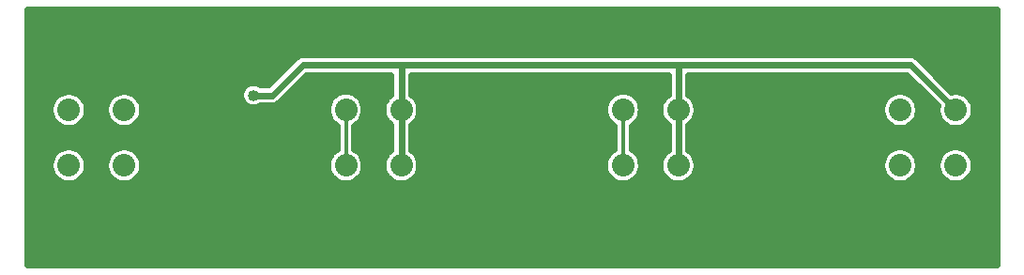
<source format=gbr>
%TF.GenerationSoftware,Novarm,DipTrace,3.3.1.3*%
%TF.CreationDate,2019-10-28T02:51:36+00:00*%
%FSLAX26Y26*%
%MOIN*%
%TF.FileFunction,Copper,L2,Bot*%
%TF.Part,Single*%
%TA.AperFunction,Conductor*%
%ADD13C,0.012*%
%ADD14C,0.022*%
%TA.AperFunction,CopperBalancing*%
%ADD15C,0.025*%
%TA.AperFunction,ComponentPad*%
%ADD33C,0.08*%
%TA.AperFunction,ViaPad*%
%ADD35C,0.04*%
G75*
G01*
%LPD*%
X2755905Y984241D2*
D13*
Y787390D1*
X1771653Y984241D2*
Y787390D1*
X1443700Y1035826D2*
D14*
X1510826D1*
X1618700Y1143700D1*
X1968503D1*
X2952755D1*
X3777553D1*
X3937007Y984246D1*
X2952755Y787396D2*
Y984246D1*
Y1143700D1*
X1968503Y787396D2*
Y984246D1*
Y1143700D1*
D35*
X1443700Y1035826D3*
X644939Y1313024D2*
D15*
X4079473D1*
X644939Y1288155D2*
X4079473D1*
X644939Y1263287D2*
X4079473D1*
X644939Y1238418D2*
X4079473D1*
X644939Y1213549D2*
X4079473D1*
X644939Y1188680D2*
X4079473D1*
X644939Y1163812D2*
X1583298D1*
X3812974D2*
X4079473D1*
X644939Y1138943D2*
X1558430D1*
X3837842D2*
X4079473D1*
X644939Y1114074D2*
X1533562D1*
X3862709D2*
X4079473D1*
X644939Y1089205D2*
X1508695D1*
X1619733D2*
X1928503D1*
X2008502D2*
X2912771D1*
X2992733D2*
X3776540D1*
X3887577D2*
X4079473D1*
X644939Y1064336D2*
X1404487D1*
X1594864D2*
X1928503D1*
X2008502D2*
X2912771D1*
X2992733D2*
X3801407D1*
X3912445D2*
X4079473D1*
X644939Y1039468D2*
X747878D1*
X826943D2*
X944738D1*
X1023768D2*
X1394834D1*
X1569997D2*
X1732109D1*
X1811175D2*
X1928503D1*
X2008502D2*
X2716377D1*
X2795441D2*
X2912771D1*
X2992733D2*
X3700644D1*
X3779674D2*
X3826275D1*
X3976533D2*
X4079473D1*
X644939Y1014599D2*
X725738D1*
X849048D2*
X922598D1*
X1045909D2*
X1399822D1*
X1545129D2*
X1710004D1*
X1833315D2*
X1906830D1*
X2030175D2*
X2694237D1*
X2817546D2*
X2891096D1*
X3014407D2*
X3678503D1*
X3801814D2*
X3851142D1*
X3998675D2*
X4079473D1*
X644939Y989730D2*
X718633D1*
X856153D2*
X915493D1*
X1053014D2*
X1435132D1*
X1452263D2*
X1702899D1*
X1840420D2*
X1899725D1*
X2037281D2*
X2687132D1*
X2824687D2*
X2883991D1*
X3021512D2*
X3671398D1*
X3808919D2*
X3868259D1*
X4005780D2*
X4079473D1*
X644939Y964861D2*
X721288D1*
X853498D2*
X918149D1*
X1050357D2*
X1705556D1*
X1837764D2*
X1902380D1*
X2034625D2*
X2689787D1*
X2821997D2*
X2886648D1*
X3018856D2*
X3674054D1*
X3806263D2*
X3870915D1*
X4003124D2*
X4079473D1*
X644939Y939993D2*
X735283D1*
X839539D2*
X932107D1*
X1036399D2*
X1719514D1*
X1823770D2*
X1916375D1*
X2020630D2*
X2703781D1*
X2808037D2*
X2900607D1*
X3004898D2*
X3688012D1*
X3792305D2*
X3884873D1*
X3989129D2*
X4079473D1*
X644939Y915124D2*
X1736667D1*
X1806653D2*
X1928503D1*
X2008502D2*
X2720898D1*
X2790885D2*
X2912771D1*
X2992733D2*
X4079473D1*
X644939Y890255D2*
X1736667D1*
X1806653D2*
X1928503D1*
X2008502D2*
X2720898D1*
X2790885D2*
X2912771D1*
X2992733D2*
X4079473D1*
X644939Y865386D2*
X1736667D1*
X1806653D2*
X1928503D1*
X2008502D2*
X2720898D1*
X2790885D2*
X2912771D1*
X2992733D2*
X4079473D1*
X644939Y840518D2*
X744899D1*
X829885D2*
X941760D1*
X1026746D2*
X1729167D1*
X1814153D2*
X1926028D1*
X2010978D2*
X2713435D1*
X2798384D2*
X2910259D1*
X2995245D2*
X3697666D1*
X3782651D2*
X3894527D1*
X3979477D2*
X4079473D1*
X644939Y815649D2*
X724697D1*
X850088D2*
X921557D1*
X1046949D2*
X1708964D1*
X1834356D2*
X1905825D1*
X2031180D2*
X2693231D1*
X2818587D2*
X2890057D1*
X3015448D2*
X3677462D1*
X3802855D2*
X3874323D1*
X3999679D2*
X4079473D1*
X644939Y790780D2*
X718489D1*
X856296D2*
X915350D1*
X1053157D2*
X1702756D1*
X1840564D2*
X1899581D1*
X2037424D2*
X2686987D1*
X2824794D2*
X2883848D1*
X3021655D2*
X3671255D1*
X3809062D2*
X3868116D1*
X4005923D2*
X4079473D1*
X644939Y765911D2*
X721969D1*
X852815D2*
X918830D1*
X1049676D2*
X1706237D1*
X1837083D2*
X1903062D1*
X2033944D2*
X2690469D1*
X2821314D2*
X2887329D1*
X3018175D2*
X3674735D1*
X3805582D2*
X3871596D1*
X4002443D2*
X4079473D1*
X644939Y741043D2*
X737221D1*
X837565D2*
X934081D1*
X1034426D2*
X1721487D1*
X1821833D2*
X1918313D1*
X2018692D2*
X2705720D1*
X2806099D2*
X2902579D1*
X3002924D2*
X3689986D1*
X3790331D2*
X3886847D1*
X3987192D2*
X4079473D1*
X644939Y716174D2*
X4079473D1*
X644939Y691305D2*
X4079473D1*
X644939Y666436D2*
X4079473D1*
X644939Y641567D2*
X4079473D1*
X644939Y616699D2*
X4079473D1*
X644939Y591830D2*
X4079473D1*
X644939Y566961D2*
X4079473D1*
X644939Y542092D2*
X4079473D1*
X644939Y517224D2*
X4079473D1*
X644939Y492355D2*
X4079473D1*
X644939Y467486D2*
X4079473D1*
X644939Y442617D2*
X4079473D1*
X4003294Y979023D2*
X4001662Y968718D1*
X3998438Y958794D1*
X3993701Y949498D1*
X3987567Y941057D1*
X3980191Y933679D1*
X3971749Y927546D1*
X3962452Y922810D1*
X3952529Y919586D1*
X3942224Y917953D1*
X3931791D1*
X3921485Y919586D1*
X3911562Y922810D1*
X3902266Y927546D1*
X3893823Y933679D1*
X3886447Y941057D1*
X3880313Y949498D1*
X3875577Y958794D1*
X3872352Y968718D1*
X3870720Y979023D1*
Y989457D1*
X3871712Y996543D1*
X3762033Y1106197D1*
X2990218Y1106208D1*
X2990247Y1039170D1*
X2995939Y1034801D1*
X3003315Y1027423D1*
X3009449Y1018982D1*
X3014186Y1009686D1*
X3017410Y999763D1*
X3019043Y989457D1*
Y979023D1*
X3017410Y968718D1*
X3014186Y958794D1*
X3009449Y949498D1*
X3003315Y941057D1*
X2995939Y933679D1*
X2990262Y929393D1*
X2990247Y842323D1*
X2995939Y837951D1*
X3003315Y830573D1*
X3009449Y822132D1*
X3014186Y812835D1*
X3017410Y802913D1*
X3019043Y792607D1*
Y782172D1*
X3017410Y771868D1*
X3014186Y761944D1*
X3009449Y752648D1*
X3003315Y744207D1*
X2995939Y736829D1*
X2987497Y730696D1*
X2978200Y725960D1*
X2968277Y722735D1*
X2957972Y721103D1*
X2947539D1*
X2937233Y722735D1*
X2927310Y725960D1*
X2918014Y730696D1*
X2909571Y736829D1*
X2902195Y744207D1*
X2896061Y752648D1*
X2891325Y761944D1*
X2888100Y771868D1*
X2886468Y782172D1*
Y792607D1*
X2888100Y802913D1*
X2891325Y812835D1*
X2896061Y822132D1*
X2902195Y830573D1*
X2909571Y837951D1*
X2915249Y842237D1*
X2915263Y929318D1*
X2909571Y933679D1*
X2902195Y941057D1*
X2896061Y949498D1*
X2891325Y958794D1*
X2888100Y968718D1*
X2886468Y979023D1*
Y989457D1*
X2888100Y999763D1*
X2891325Y1009686D1*
X2896061Y1018982D1*
X2902195Y1027423D1*
X2909571Y1034801D1*
X2915249Y1039087D1*
X2915263Y1106216D1*
X2006023Y1106208D1*
X2005995Y1039170D1*
X2011687Y1034801D1*
X2019064Y1027423D1*
X2025197Y1018982D1*
X2029934Y1009686D1*
X2033158Y999763D1*
X2034791Y989457D1*
Y979023D1*
X2033158Y968718D1*
X2029934Y958794D1*
X2025197Y949498D1*
X2019064Y941057D1*
X2011687Y933679D1*
X2006010Y929393D1*
X2005995Y842323D1*
X2011687Y837951D1*
X2019064Y830573D1*
X2025197Y822132D1*
X2029934Y812835D1*
X2033158Y802913D1*
X2034791Y792607D1*
Y782172D1*
X2033158Y771868D1*
X2029934Y761944D1*
X2025197Y752648D1*
X2019064Y744207D1*
X2011687Y736829D1*
X2003245Y730696D1*
X1993948Y725960D1*
X1984025Y722735D1*
X1973720Y721103D1*
X1963287D1*
X1952981Y722735D1*
X1943058Y725960D1*
X1933762Y730696D1*
X1925319Y736829D1*
X1917943Y744207D1*
X1911809Y752648D1*
X1907073Y761944D1*
X1903848Y771868D1*
X1902216Y782172D1*
Y792607D1*
X1903848Y802913D1*
X1907073Y812835D1*
X1911809Y822132D1*
X1917943Y830573D1*
X1925319Y837951D1*
X1930997Y842237D1*
X1931011Y929318D1*
X1925319Y933679D1*
X1917943Y941057D1*
X1911809Y949498D1*
X1907073Y958794D1*
X1903848Y968718D1*
X1902216Y979023D1*
Y989457D1*
X1903848Y999763D1*
X1907073Y1009686D1*
X1911809Y1018982D1*
X1917943Y1027423D1*
X1925319Y1034801D1*
X1930997Y1039087D1*
X1931011Y1106216D1*
X1634242Y1106208D1*
X1535175Y1007317D1*
X1530415Y1003859D1*
X1525174Y1001188D1*
X1519578Y999369D1*
X1513767Y998449D1*
X1471174Y998334D1*
X1464808Y994401D1*
X1458067Y991609D1*
X1450973Y989906D1*
X1443700Y989334D1*
X1436427Y989906D1*
X1429333Y991609D1*
X1422592Y994401D1*
X1416373Y998213D1*
X1410825Y1002951D1*
X1406087Y1008499D1*
X1402275Y1014718D1*
X1399483Y1021459D1*
X1397780Y1028553D1*
X1397208Y1035826D1*
X1397780Y1043099D1*
X1399483Y1050193D1*
X1402275Y1056934D1*
X1406087Y1063153D1*
X1410825Y1068701D1*
X1416373Y1073439D1*
X1422592Y1077251D1*
X1429333Y1080043D1*
X1436427Y1081746D1*
X1443700Y1082318D1*
X1450973Y1081746D1*
X1458067Y1080043D1*
X1464808Y1077251D1*
X1471259Y1073318D1*
X1495266D1*
X1594351Y1172209D1*
X1599111Y1175667D1*
X1604352Y1178338D1*
X1609948Y1180157D1*
X1615758Y1181077D1*
X1664632Y1181192D1*
X3780495Y1181077D1*
X3786305Y1180157D1*
X3791901Y1178338D1*
X3797142Y1175667D1*
X3801902Y1172209D1*
X3836543Y1137733D1*
X3924717Y1049558D1*
X3931791Y1050528D1*
X3942224D1*
X3952529Y1048896D1*
X3962452Y1045671D1*
X3971749Y1040934D1*
X3980191Y1034801D1*
X3987567Y1027423D1*
X3993701Y1018982D1*
X3998438Y1009686D1*
X4001662Y999763D1*
X4003294Y989457D1*
Y979023D1*
Y782172D2*
X4001662Y771868D1*
X3998438Y761944D1*
X3993701Y752648D1*
X3987567Y744207D1*
X3980191Y736829D1*
X3971749Y730696D1*
X3962452Y725960D1*
X3952529Y722735D1*
X3942224Y721103D1*
X3931791D1*
X3921485Y722735D1*
X3911562Y725960D1*
X3902266Y730696D1*
X3893823Y736829D1*
X3886447Y744207D1*
X3880313Y752648D1*
X3875577Y761944D1*
X3872352Y771868D1*
X3870720Y782172D1*
Y792607D1*
X3872352Y802913D1*
X3875577Y812835D1*
X3880313Y822132D1*
X3886447Y830573D1*
X3893823Y837951D1*
X3902266Y844083D1*
X3911562Y848821D1*
X3921485Y852045D1*
X3931791Y853678D1*
X3942224D1*
X3952529Y852045D1*
X3962452Y848821D1*
X3971749Y844083D1*
X3980191Y837951D1*
X3987567Y830573D1*
X3993701Y822132D1*
X3998438Y812835D1*
X4001662Y802913D1*
X4003294Y792607D1*
Y782172D1*
X3806444D2*
X3804812Y771868D1*
X3801587Y761944D1*
X3796851Y752648D1*
X3790717Y744207D1*
X3783340Y736829D1*
X3774898Y730696D1*
X3765602Y725960D1*
X3755679Y722735D1*
X3745373Y721103D1*
X3734940D1*
X3724634Y722735D1*
X3714712Y725960D1*
X3705415Y730696D1*
X3696973Y736829D1*
X3689596Y744207D1*
X3683462Y752648D1*
X3678726Y761944D1*
X3675502Y771868D1*
X3673869Y782172D1*
Y792607D1*
X3675502Y802913D1*
X3678726Y812835D1*
X3683462Y822132D1*
X3689596Y830573D1*
X3696973Y837951D1*
X3705415Y844083D1*
X3714712Y848821D1*
X3724634Y852045D1*
X3734940Y853678D1*
X3745373D1*
X3755679Y852045D1*
X3765602Y848821D1*
X3774898Y844083D1*
X3783340Y837951D1*
X3790717Y830573D1*
X3796851Y822132D1*
X3801587Y812835D1*
X3804812Y802913D1*
X3806444Y792607D1*
Y782172D1*
Y979023D2*
X3804812Y968718D1*
X3801587Y958794D1*
X3796851Y949498D1*
X3790717Y941057D1*
X3783340Y933679D1*
X3774898Y927546D1*
X3765602Y922810D1*
X3755679Y919586D1*
X3745373Y917953D1*
X3734940D1*
X3724634Y919586D1*
X3714712Y922810D1*
X3705415Y927546D1*
X3696973Y933679D1*
X3689596Y941057D1*
X3683462Y949498D1*
X3678726Y958794D1*
X3675502Y968718D1*
X3673869Y979023D1*
Y989457D1*
X3675502Y999763D1*
X3678726Y1009686D1*
X3683462Y1018982D1*
X3689596Y1027423D1*
X3696973Y1034801D1*
X3705415Y1040934D1*
X3714712Y1045671D1*
X3724634Y1048896D1*
X3734940Y1050528D1*
X3745373D1*
X3755679Y1048896D1*
X3765602Y1045671D1*
X3774898Y1040934D1*
X3783340Y1034801D1*
X3790717Y1027423D1*
X3796851Y1018982D1*
X3801587Y1009686D1*
X3804812Y999763D1*
X3806444Y989457D1*
Y979023D1*
X2822192Y782172D2*
X2820560Y771868D1*
X2817335Y761944D1*
X2812599Y752648D1*
X2806465Y744207D1*
X2799088Y736829D1*
X2790646Y730696D1*
X2781350Y725960D1*
X2771427Y722735D1*
X2761121Y721103D1*
X2750688D1*
X2740382Y722735D1*
X2730460Y725960D1*
X2721163Y730696D1*
X2712721Y736829D1*
X2705344Y744207D1*
X2699210Y752648D1*
X2694474Y761944D1*
X2691250Y771868D1*
X2689617Y782172D1*
Y792607D1*
X2691250Y802913D1*
X2694474Y812835D1*
X2699210Y822132D1*
X2705344Y830573D1*
X2712721Y837951D1*
X2721163Y844083D1*
X2723423Y845350D1*
X2723413Y926226D1*
X2716822Y930447D1*
X2708888Y937224D1*
X2702112Y945157D1*
X2696659Y954053D1*
X2692667Y963693D1*
X2690231Y973839D1*
X2689413Y984241D1*
X2690231Y994642D1*
X2692667Y1004788D1*
X2696659Y1014427D1*
X2702112Y1023323D1*
X2708888Y1031258D1*
X2716822Y1038033D1*
X2725718Y1043485D1*
X2735357Y1047478D1*
X2745503Y1049914D1*
X2755905Y1050733D1*
X2766306Y1049914D1*
X2776452Y1047478D1*
X2786091Y1043485D1*
X2794987Y1038033D1*
X2802922Y1031258D1*
X2809697Y1023323D1*
X2815150Y1014427D1*
X2819142Y1004788D1*
X2821578Y994642D1*
X2822397Y984241D1*
X2821578Y973839D1*
X2819142Y963693D1*
X2815150Y954053D1*
X2809697Y945157D1*
X2802922Y937224D1*
X2794987Y930447D1*
X2788386Y926281D1*
X2788397Y845405D1*
X2794987Y841183D1*
X2802922Y834407D1*
X2809697Y826473D1*
X2815150Y817577D1*
X2819142Y807938D1*
X2821578Y797792D1*
X2822397Y787390D1*
X2822192Y782172D1*
X1837940D2*
X1836308Y771868D1*
X1833083Y761944D1*
X1828347Y752648D1*
X1822213Y744207D1*
X1814836Y736829D1*
X1806394Y730696D1*
X1797098Y725960D1*
X1787175Y722735D1*
X1776869Y721103D1*
X1766436D1*
X1756130Y722735D1*
X1746208Y725960D1*
X1736911Y730696D1*
X1728469Y736829D1*
X1721092Y744207D1*
X1714959Y752648D1*
X1710222Y761944D1*
X1706998Y771868D1*
X1705365Y782172D1*
Y792607D1*
X1706998Y802913D1*
X1710222Y812835D1*
X1714959Y822132D1*
X1721092Y830573D1*
X1728469Y837951D1*
X1736911Y844083D1*
X1739171Y845350D1*
X1739161Y926231D1*
X1732570Y930447D1*
X1724636Y937224D1*
X1717860Y945157D1*
X1712407Y954053D1*
X1708415Y963693D1*
X1705980Y973839D1*
X1705161Y984241D1*
X1705980Y994642D1*
X1708415Y1004788D1*
X1712407Y1014427D1*
X1717860Y1023323D1*
X1724636Y1031258D1*
X1732570Y1038033D1*
X1741466Y1043485D1*
X1751106Y1047478D1*
X1761251Y1049914D1*
X1771653Y1050733D1*
X1782054Y1049914D1*
X1792200Y1047478D1*
X1801839Y1043485D1*
X1810735Y1038033D1*
X1818670Y1031258D1*
X1825445Y1023323D1*
X1830898Y1014427D1*
X1834890Y1004788D1*
X1837326Y994642D1*
X1838145Y984241D1*
X1837326Y973839D1*
X1834890Y963693D1*
X1830898Y954053D1*
X1825445Y945157D1*
X1818670Y937224D1*
X1810735Y930447D1*
X1804134Y926281D1*
X1804145Y845410D1*
X1810735Y841183D1*
X1818670Y834407D1*
X1825445Y826473D1*
X1830898Y817577D1*
X1834890Y807938D1*
X1837326Y797792D1*
X1838145Y787390D1*
X1837940Y782172D1*
X1050539Y979023D2*
X1048906Y968718D1*
X1045682Y958794D1*
X1040945Y949498D1*
X1034812Y941057D1*
X1027435Y933679D1*
X1018993Y927546D1*
X1009696Y922810D1*
X999773Y919586D1*
X989468Y917953D1*
X979035D1*
X968729Y919586D1*
X958806Y922810D1*
X949510Y927546D1*
X941067Y933679D1*
X933691Y941057D1*
X927557Y949498D1*
X922821Y958794D1*
X919596Y968718D1*
X917964Y979023D1*
Y989457D1*
X919596Y999763D1*
X922821Y1009686D1*
X927557Y1018982D1*
X933691Y1027423D1*
X941067Y1034801D1*
X949510Y1040934D1*
X958806Y1045671D1*
X968729Y1048896D1*
X979035Y1050528D1*
X989468D1*
X999773Y1048896D1*
X1009696Y1045671D1*
X1018993Y1040934D1*
X1027435Y1034801D1*
X1034812Y1027423D1*
X1040945Y1018982D1*
X1045682Y1009686D1*
X1048906Y999763D1*
X1050539Y989457D1*
Y979023D1*
Y782172D2*
X1048906Y771868D1*
X1045682Y761944D1*
X1040945Y752648D1*
X1034812Y744207D1*
X1027435Y736829D1*
X1018993Y730696D1*
X1009696Y725960D1*
X999773Y722735D1*
X989468Y721103D1*
X979035D1*
X968729Y722735D1*
X958806Y725960D1*
X949510Y730696D1*
X941067Y736829D1*
X933691Y744207D1*
X927557Y752648D1*
X922821Y761944D1*
X919596Y771868D1*
X917964Y782172D1*
Y792607D1*
X919596Y802913D1*
X922821Y812835D1*
X927557Y822132D1*
X933691Y830573D1*
X941067Y837951D1*
X949510Y844083D1*
X958806Y848821D1*
X968729Y852045D1*
X979035Y853678D1*
X989468D1*
X999773Y852045D1*
X1009696Y848821D1*
X1018993Y844083D1*
X1027435Y837951D1*
X1034812Y830573D1*
X1040945Y822132D1*
X1045682Y812835D1*
X1048906Y802913D1*
X1050539Y792607D1*
Y782172D1*
X853688D2*
X852056Y771868D1*
X848831Y761944D1*
X844095Y752648D1*
X837961Y744207D1*
X830585Y736829D1*
X822142Y730696D1*
X812846Y725960D1*
X802923Y722735D1*
X792617Y721103D1*
X782184D1*
X771878Y722735D1*
X761956Y725960D1*
X752659Y730696D1*
X744217Y736829D1*
X736840Y744207D1*
X730707Y752648D1*
X725970Y761944D1*
X722746Y771868D1*
X721113Y782172D1*
Y792607D1*
X722746Y802913D1*
X725970Y812835D1*
X730707Y822132D1*
X736840Y830573D1*
X744217Y837951D1*
X752659Y844083D1*
X761956Y848821D1*
X771878Y852045D1*
X782184Y853678D1*
X792617D1*
X802923Y852045D1*
X812846Y848821D1*
X822142Y844083D1*
X830585Y837951D1*
X837961Y830573D1*
X844095Y822132D1*
X848831Y812835D1*
X852056Y802913D1*
X853688Y792607D1*
Y782172D1*
Y979023D2*
X852056Y968718D1*
X848831Y958794D1*
X844095Y949498D1*
X837961Y941057D1*
X830585Y933679D1*
X822142Y927546D1*
X812846Y922810D1*
X802923Y919586D1*
X792617Y917953D1*
X782184D1*
X771878Y919586D1*
X761956Y922810D1*
X752659Y927546D1*
X744217Y933679D1*
X736840Y941057D1*
X730707Y949498D1*
X725970Y958794D1*
X722746Y968718D1*
X721113Y979023D1*
Y989457D1*
X722746Y999763D1*
X725970Y1009686D1*
X730707Y1018982D1*
X736840Y1027423D1*
X744217Y1034801D1*
X752659Y1040934D1*
X761956Y1045671D1*
X771878Y1048896D1*
X782184Y1050528D1*
X792617D1*
X802923Y1048896D1*
X812846Y1045671D1*
X822142Y1040934D1*
X830585Y1034801D1*
X837961Y1027423D1*
X844095Y1018982D1*
X848831Y1009686D1*
X852056Y999763D1*
X853688Y989457D1*
Y979023D1*
X642444Y433759D2*
X4082015D1*
X4081987Y1337920D1*
X642393Y1337893D1*
X642420Y433731D1*
D33*
X3937007Y984235D3*
Y787385D3*
X3740157D3*
Y984235D3*
X2952755D3*
Y787385D3*
X2755905D3*
Y984235D3*
X1968503D3*
Y787385D3*
X1771653D3*
Y984235D3*
X984251D3*
Y787385D3*
X787401D3*
Y984235D3*
M02*

</source>
